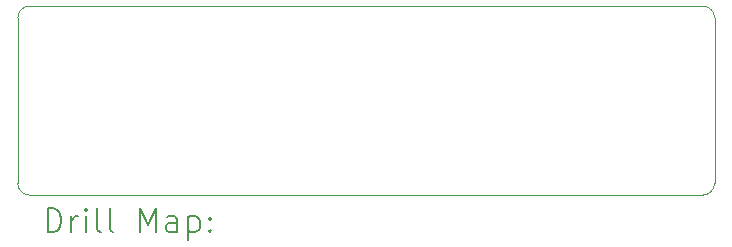
<source format=gbr>
%FSLAX45Y45*%
G04 Gerber Fmt 4.5, Leading zero omitted, Abs format (unit mm)*
G04 Created by KiCad (PCBNEW (6.0.0)) date 2022-06-26 22:55:31*
%MOMM*%
%LPD*%
G01*
G04 APERTURE LIST*
%TA.AperFunction,Profile*%
%ADD10C,0.050000*%
%TD*%
%ADD11C,0.200000*%
G04 APERTURE END LIST*
D10*
X18600000Y-9500000D02*
X12900000Y-9500000D01*
X12800000Y-9600000D02*
X12800000Y-11000000D01*
X12900000Y-11100000D02*
X18600000Y-11100000D01*
X18700000Y-9600000D02*
G75*
G03*
X18600000Y-9500000I-100000J0D01*
G01*
X18600000Y-11100000D02*
G75*
G03*
X18700000Y-11000000I0J100000D01*
G01*
X12900000Y-9500000D02*
G75*
G03*
X12800000Y-9600000I0J-100000D01*
G01*
X12800000Y-11000000D02*
G75*
G03*
X12900000Y-11100000I100000J0D01*
G01*
X18700000Y-11000000D02*
X18700000Y-9600000D01*
D11*
X13055119Y-11412976D02*
X13055119Y-11212976D01*
X13102738Y-11212976D01*
X13131309Y-11222500D01*
X13150357Y-11241547D01*
X13159881Y-11260595D01*
X13169405Y-11298690D01*
X13169405Y-11327262D01*
X13159881Y-11365357D01*
X13150357Y-11384405D01*
X13131309Y-11403452D01*
X13102738Y-11412976D01*
X13055119Y-11412976D01*
X13255119Y-11412976D02*
X13255119Y-11279643D01*
X13255119Y-11317738D02*
X13264643Y-11298690D01*
X13274167Y-11289166D01*
X13293214Y-11279643D01*
X13312262Y-11279643D01*
X13378928Y-11412976D02*
X13378928Y-11279643D01*
X13378928Y-11212976D02*
X13369405Y-11222500D01*
X13378928Y-11232024D01*
X13388452Y-11222500D01*
X13378928Y-11212976D01*
X13378928Y-11232024D01*
X13502738Y-11412976D02*
X13483690Y-11403452D01*
X13474167Y-11384405D01*
X13474167Y-11212976D01*
X13607500Y-11412976D02*
X13588452Y-11403452D01*
X13578928Y-11384405D01*
X13578928Y-11212976D01*
X13836071Y-11412976D02*
X13836071Y-11212976D01*
X13902738Y-11355833D01*
X13969405Y-11212976D01*
X13969405Y-11412976D01*
X14150357Y-11412976D02*
X14150357Y-11308214D01*
X14140833Y-11289166D01*
X14121786Y-11279643D01*
X14083690Y-11279643D01*
X14064643Y-11289166D01*
X14150357Y-11403452D02*
X14131309Y-11412976D01*
X14083690Y-11412976D01*
X14064643Y-11403452D01*
X14055119Y-11384405D01*
X14055119Y-11365357D01*
X14064643Y-11346309D01*
X14083690Y-11336786D01*
X14131309Y-11336786D01*
X14150357Y-11327262D01*
X14245595Y-11279643D02*
X14245595Y-11479643D01*
X14245595Y-11289166D02*
X14264643Y-11279643D01*
X14302738Y-11279643D01*
X14321786Y-11289166D01*
X14331309Y-11298690D01*
X14340833Y-11317738D01*
X14340833Y-11374881D01*
X14331309Y-11393928D01*
X14321786Y-11403452D01*
X14302738Y-11412976D01*
X14264643Y-11412976D01*
X14245595Y-11403452D01*
X14426548Y-11393928D02*
X14436071Y-11403452D01*
X14426548Y-11412976D01*
X14417024Y-11403452D01*
X14426548Y-11393928D01*
X14426548Y-11412976D01*
X14426548Y-11289166D02*
X14436071Y-11298690D01*
X14426548Y-11308214D01*
X14417024Y-11298690D01*
X14426548Y-11289166D01*
X14426548Y-11308214D01*
M02*

</source>
